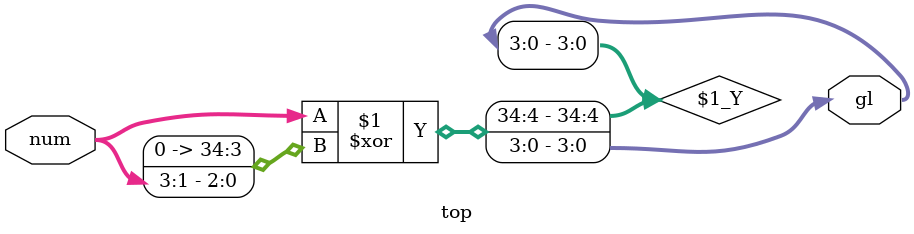
<source format=v>
module top(
    input [3:0] num,
    output [3:0] gl
);
    assign gl = num ^ {0,num[3:1]};
endmodule

</source>
